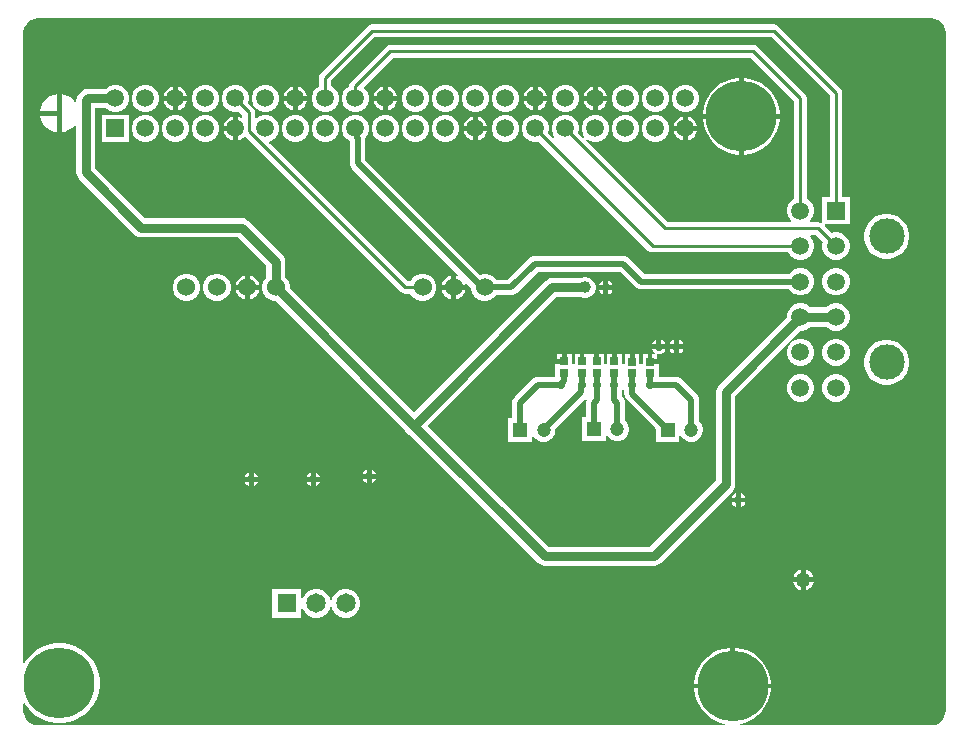
<source format=gbl>
G04*
G04 #@! TF.GenerationSoftware,Altium Limited,Altium Designer,23.4.1 (23)*
G04*
G04 Layer_Physical_Order=2*
G04 Layer_Color=16711680*
%FSLAX44Y44*%
%MOMM*%
G71*
G04*
G04 #@! TF.SameCoordinates,185317A6-DEBE-468D-8F3A-A91AE6FC2A6A*
G04*
G04*
G04 #@! TF.FilePolarity,Positive*
G04*
G01*
G75*
%ADD14C,0.2540*%
%ADD43C,0.5000*%
%ADD45C,6.0000*%
%ADD46R,1.2000X1.2000*%
%ADD47C,1.2000*%
%ADD48C,1.5000*%
%ADD49R,1.5000X1.5000*%
%ADD50C,1.5240*%
%ADD51C,1.5200*%
%ADD52C,3.0000*%
%ADD53R,1.5200X1.5200*%
%ADD54C,1.6500*%
%ADD55R,1.6500X1.6500*%
%ADD56C,0.7000*%
%ADD57C,1.0000*%
%ADD58C,1.2700*%
%ADD59R,0.7200X0.7600*%
%ADD60C,0.8000*%
G36*
X325011Y1133205D02*
X1080005D01*
X1081305Y1133204D01*
X1083856Y1132696D01*
X1086258Y1131700D01*
X1088420Y1130255D01*
X1090258Y1128416D01*
X1091703Y1126253D01*
X1092698Y1123851D01*
X1093205Y1121300D01*
X1093205Y1120000D01*
Y1075000D01*
Y547500D01*
Y546199D01*
X1092697Y543648D01*
X1091702Y541245D01*
X1090257Y539082D01*
X1088418Y537243D01*
X1086255Y535798D01*
X1083852Y534803D01*
X1081301Y534295D01*
X1080000Y534295D01*
X918981D01*
X918882Y535565D01*
X920120Y535761D01*
X924991Y537344D01*
X929555Y539669D01*
X933699Y542680D01*
X937320Y546302D01*
X940331Y550445D01*
X942656Y555009D01*
X944239Y559880D01*
X945040Y564939D01*
Y565500D01*
X879960D01*
Y564939D01*
X880761Y559880D01*
X882344Y555009D01*
X884669Y550445D01*
X887680Y546302D01*
X891302Y542680D01*
X895445Y539669D01*
X900009Y537344D01*
X904880Y535761D01*
X906119Y535565D01*
X906019Y534295D01*
X323509D01*
X322977Y534451D01*
X321819Y534631D01*
X319601Y535392D01*
X317553Y536533D01*
X315737Y538016D01*
X314212Y539796D01*
X313023Y541816D01*
X312209Y544015D01*
X311796Y546323D01*
X311795Y547495D01*
Y552650D01*
X313030Y552947D01*
X313420Y552180D01*
X316566Y547851D01*
X320350Y544067D01*
X324680Y540921D01*
X329448Y538491D01*
X334538Y536838D01*
X339824Y536000D01*
X345176D01*
X350461Y536838D01*
X355551Y538491D01*
X360320Y540921D01*
X364649Y544067D01*
X368433Y547851D01*
X371579Y552180D01*
X374009Y556949D01*
X375662Y562039D01*
X376500Y567324D01*
Y572676D01*
X375662Y577962D01*
X374009Y583052D01*
X371579Y587820D01*
X368433Y592150D01*
X364649Y595934D01*
X360320Y599080D01*
X355551Y601509D01*
X350461Y603163D01*
X345176Y604000D01*
X339824D01*
X334538Y603163D01*
X329448Y601509D01*
X324680Y599080D01*
X320350Y595934D01*
X316566Y592150D01*
X313420Y587820D01*
X313030Y587054D01*
X311795Y587351D01*
X311795Y1085000D01*
X311795Y1120000D01*
Y1121301D01*
X312303Y1123852D01*
X313298Y1126255D01*
X314743Y1128418D01*
X316582Y1130257D01*
X318745Y1131702D01*
X321148Y1132697D01*
X323699Y1133205D01*
X325011Y1133205D01*
D02*
G37*
%LPC*%
G36*
X798300Y1074858D02*
Y1067000D01*
X806158D01*
X805656Y1068876D01*
X804334Y1071165D01*
X802465Y1073034D01*
X800175Y1074356D01*
X798300Y1074858D01*
D02*
G37*
G36*
X794300D02*
X792425Y1074356D01*
X790135Y1073034D01*
X788266Y1071165D01*
X786944Y1068876D01*
X786442Y1067000D01*
X794300D01*
Y1074858D01*
D02*
G37*
G36*
X747500D02*
Y1067000D01*
X755358D01*
X754856Y1068876D01*
X753534Y1071165D01*
X751665Y1073034D01*
X749376Y1074356D01*
X747500Y1074858D01*
D02*
G37*
G36*
X743500D02*
X741625Y1074356D01*
X739335Y1073034D01*
X737466Y1071165D01*
X736144Y1068876D01*
X735642Y1067000D01*
X743500D01*
Y1074858D01*
D02*
G37*
G36*
X620500D02*
Y1067000D01*
X628358D01*
X627856Y1068876D01*
X626534Y1071165D01*
X624665Y1073034D01*
X622375Y1074356D01*
X620500Y1074858D01*
D02*
G37*
G36*
X616500D02*
X614625Y1074356D01*
X612336Y1073034D01*
X610466Y1071165D01*
X609144Y1068876D01*
X608642Y1067000D01*
X616500D01*
Y1074858D01*
D02*
G37*
G36*
X544300D02*
Y1067000D01*
X552158D01*
X551656Y1068876D01*
X550334Y1071165D01*
X548465Y1073034D01*
X546175Y1074356D01*
X544300Y1074858D01*
D02*
G37*
G36*
X540300D02*
X538425Y1074356D01*
X536135Y1073034D01*
X534266Y1071165D01*
X532944Y1068876D01*
X532442Y1067000D01*
X540300D01*
Y1074858D01*
D02*
G37*
G36*
X442700D02*
Y1067000D01*
X450558D01*
X450056Y1068876D01*
X448734Y1071165D01*
X446865Y1073034D01*
X444576Y1074356D01*
X442700Y1074858D01*
D02*
G37*
G36*
X438700D02*
X436825Y1074356D01*
X434535Y1073034D01*
X432666Y1071165D01*
X431344Y1068876D01*
X430842Y1067000D01*
X438700D01*
Y1074858D01*
D02*
G37*
G36*
X391414Y1076500D02*
X388386D01*
X385461Y1075716D01*
X382839Y1074202D01*
X381706Y1073069D01*
X366488D01*
X364400Y1072794D01*
X362453Y1071988D01*
X360782Y1070706D01*
X359294Y1069218D01*
X358012Y1067547D01*
X357206Y1065601D01*
X356931Y1063512D01*
Y1062411D01*
X355716Y1062043D01*
X355154Y1062884D01*
X352884Y1065153D01*
X350216Y1066936D01*
X347252Y1068164D01*
X344500Y1068711D01*
Y1052500D01*
Y1036289D01*
X347252Y1036836D01*
X350216Y1038064D01*
X352884Y1039846D01*
X355154Y1042115D01*
X355716Y1042957D01*
X356931Y1042588D01*
Y1002500D01*
X357206Y1000411D01*
X358012Y998465D01*
X359294Y996794D01*
X406077Y950012D01*
X407748Y948730D01*
X409694Y947924D01*
X411783Y947649D01*
X493440D01*
X517764Y923324D01*
Y913365D01*
X516535Y912135D01*
X515005Y909486D01*
X514213Y906530D01*
Y903471D01*
X515005Y900515D01*
X516535Y897866D01*
X518699Y895702D01*
X521348Y894172D01*
X524304Y893381D01*
X526042D01*
X635197Y784225D01*
X635512Y783465D01*
X636794Y781794D01*
X638465Y780512D01*
X639225Y780197D01*
X747628Y671794D01*
X749299Y670512D01*
X751246Y669706D01*
X753334Y669431D01*
X846012D01*
X848101Y669706D01*
X850046Y670512D01*
X851718Y671794D01*
X912500Y732577D01*
X913783Y734249D01*
X914589Y736195D01*
X914864Y738283D01*
Y813453D01*
X969811Y868400D01*
X971527D01*
X974477Y869191D01*
X977123Y870718D01*
X978335Y871931D01*
X991664D01*
X992878Y870717D01*
X995523Y869190D01*
X998473Y868400D01*
X1001527D01*
X1004477Y869190D01*
X1007123Y870717D01*
X1009282Y872877D01*
X1010809Y875522D01*
X1011600Y878473D01*
Y881527D01*
X1010809Y884477D01*
X1009282Y887122D01*
X1007123Y889282D01*
X1004477Y890809D01*
X1001527Y891600D01*
X998473D01*
X995523Y890809D01*
X992878Y889282D01*
X991664Y888069D01*
X978336D01*
X977123Y889283D01*
X974477Y890810D01*
X971527Y891600D01*
X968473D01*
X965523Y890810D01*
X962878Y889283D01*
X960718Y887123D01*
X959191Y884478D01*
X958400Y881527D01*
Y879812D01*
X901089Y822501D01*
X899807Y820829D01*
X899001Y818883D01*
X898726Y816795D01*
Y741625D01*
X842670Y685569D01*
X756676D01*
X654328Y787917D01*
X763342Y896931D01*
X783476D01*
X784026Y896613D01*
X786315Y896000D01*
X788685D01*
X790974Y896613D01*
X793026Y897798D01*
X794702Y899474D01*
X795887Y901526D01*
X796500Y903815D01*
Y906185D01*
X795887Y908474D01*
X794702Y910526D01*
X793026Y912202D01*
X790974Y913387D01*
X788685Y914000D01*
X786315D01*
X784026Y913387D01*
X783476Y913069D01*
X760000D01*
X757912Y912794D01*
X755965Y911988D01*
X754294Y910706D01*
X642917Y799328D01*
X537453Y904792D01*
Y906530D01*
X536661Y909486D01*
X535132Y912135D01*
X533902Y913365D01*
Y926667D01*
X533627Y928755D01*
X532821Y930701D01*
X531539Y932372D01*
X502488Y961423D01*
X500817Y962706D01*
X498871Y963512D01*
X496782Y963787D01*
X415125D01*
X373069Y1005842D01*
Y1056931D01*
X381706D01*
X382839Y1055798D01*
X385461Y1054284D01*
X388386Y1053500D01*
X391414D01*
X394339Y1054284D01*
X396961Y1055798D01*
X399102Y1057939D01*
X400616Y1060561D01*
X401400Y1063486D01*
Y1066514D01*
X400616Y1069439D01*
X399102Y1072061D01*
X396961Y1074202D01*
X394339Y1075716D01*
X391414Y1076500D01*
D02*
G37*
G36*
X806158Y1063000D02*
X798300D01*
Y1055142D01*
X800175Y1055644D01*
X802465Y1056966D01*
X804334Y1058835D01*
X805656Y1061125D01*
X806158Y1063000D01*
D02*
G37*
G36*
X794300D02*
X786442D01*
X786944Y1061125D01*
X788266Y1058835D01*
X790135Y1056966D01*
X792425Y1055644D01*
X794300Y1055142D01*
Y1063000D01*
D02*
G37*
G36*
X755358D02*
X747500D01*
Y1055142D01*
X749376Y1055644D01*
X751665Y1056966D01*
X753534Y1058835D01*
X754856Y1061125D01*
X755358Y1063000D01*
D02*
G37*
G36*
X743500D02*
X735642D01*
X736144Y1061125D01*
X737466Y1058835D01*
X739335Y1056966D01*
X741625Y1055644D01*
X743500Y1055142D01*
Y1063000D01*
D02*
G37*
G36*
X628358D02*
X620500D01*
Y1055142D01*
X622375Y1055644D01*
X624665Y1056966D01*
X626534Y1058835D01*
X627856Y1061125D01*
X628358Y1063000D01*
D02*
G37*
G36*
X616500D02*
X608642D01*
X609144Y1061125D01*
X610466Y1058835D01*
X612336Y1056966D01*
X614625Y1055644D01*
X616500Y1055142D01*
Y1063000D01*
D02*
G37*
G36*
X552158D02*
X544300D01*
Y1055142D01*
X546175Y1055644D01*
X548465Y1056966D01*
X550334Y1058835D01*
X551656Y1061125D01*
X552158Y1063000D01*
D02*
G37*
G36*
X540300D02*
X532442D01*
X532944Y1061125D01*
X534266Y1058835D01*
X536135Y1056966D01*
X538425Y1055644D01*
X540300Y1055142D01*
Y1063000D01*
D02*
G37*
G36*
X450558D02*
X442700D01*
Y1055142D01*
X444576Y1055644D01*
X446865Y1056966D01*
X448734Y1058835D01*
X450056Y1061125D01*
X450558Y1063000D01*
D02*
G37*
G36*
X438700D02*
X430842D01*
X431344Y1061125D01*
X432666Y1058835D01*
X434535Y1056966D01*
X436825Y1055644D01*
X438700Y1055142D01*
Y1063000D01*
D02*
G37*
G36*
X340500Y1068711D02*
X337749Y1068164D01*
X334784Y1066936D01*
X332116Y1065153D01*
X329847Y1062884D01*
X328064Y1060216D01*
X326836Y1057251D01*
X326289Y1054500D01*
X340500D01*
Y1068711D01*
D02*
G37*
G36*
X874014Y1076500D02*
X870986D01*
X868061Y1075716D01*
X865439Y1074202D01*
X863298Y1072061D01*
X861784Y1069439D01*
X861000Y1066514D01*
Y1063486D01*
X861784Y1060561D01*
X863298Y1057939D01*
X865439Y1055798D01*
X868061Y1054284D01*
X870986Y1053500D01*
X874014D01*
X876939Y1054284D01*
X879561Y1055798D01*
X881702Y1057939D01*
X883216Y1060561D01*
X884000Y1063486D01*
Y1066514D01*
X883216Y1069439D01*
X881702Y1072061D01*
X879561Y1074202D01*
X876939Y1075716D01*
X874014Y1076500D01*
D02*
G37*
G36*
X848614D02*
X845586D01*
X842661Y1075716D01*
X840039Y1074202D01*
X837898Y1072061D01*
X836384Y1069439D01*
X835600Y1066514D01*
Y1063486D01*
X836384Y1060561D01*
X837898Y1057939D01*
X840039Y1055798D01*
X842661Y1054284D01*
X845586Y1053500D01*
X848614D01*
X851539Y1054284D01*
X854161Y1055798D01*
X856302Y1057939D01*
X857816Y1060561D01*
X858600Y1063486D01*
Y1066514D01*
X857816Y1069439D01*
X856302Y1072061D01*
X854161Y1074202D01*
X851539Y1075716D01*
X848614Y1076500D01*
D02*
G37*
G36*
X823214D02*
X820186D01*
X817261Y1075716D01*
X814639Y1074202D01*
X812498Y1072061D01*
X810984Y1069439D01*
X810200Y1066514D01*
Y1063486D01*
X810984Y1060561D01*
X812498Y1057939D01*
X814639Y1055798D01*
X817261Y1054284D01*
X820186Y1053500D01*
X823214D01*
X826139Y1054284D01*
X828761Y1055798D01*
X830902Y1057939D01*
X832416Y1060561D01*
X833200Y1063486D01*
Y1066514D01*
X832416Y1069439D01*
X830902Y1072061D01*
X828761Y1074202D01*
X826139Y1075716D01*
X823214Y1076500D01*
D02*
G37*
G36*
X772414D02*
X769386D01*
X766461Y1075716D01*
X763839Y1074202D01*
X761698Y1072061D01*
X760184Y1069439D01*
X759400Y1066514D01*
Y1063486D01*
X760184Y1060561D01*
X761698Y1057939D01*
X763839Y1055798D01*
X766461Y1054284D01*
X769386Y1053500D01*
X772414D01*
X775339Y1054284D01*
X777961Y1055798D01*
X780102Y1057939D01*
X781616Y1060561D01*
X782400Y1063486D01*
Y1066514D01*
X781616Y1069439D01*
X780102Y1072061D01*
X777961Y1074202D01*
X775339Y1075716D01*
X772414Y1076500D01*
D02*
G37*
G36*
X721614D02*
X718586D01*
X715661Y1075716D01*
X713039Y1074202D01*
X710898Y1072061D01*
X709384Y1069439D01*
X708600Y1066514D01*
Y1063486D01*
X709384Y1060561D01*
X710898Y1057939D01*
X713039Y1055798D01*
X715661Y1054284D01*
X718586Y1053500D01*
X721614D01*
X724539Y1054284D01*
X727161Y1055798D01*
X729302Y1057939D01*
X730816Y1060561D01*
X731600Y1063486D01*
Y1066514D01*
X730816Y1069439D01*
X729302Y1072061D01*
X727161Y1074202D01*
X724539Y1075716D01*
X721614Y1076500D01*
D02*
G37*
G36*
X696214D02*
X693186D01*
X690261Y1075716D01*
X687639Y1074202D01*
X685498Y1072061D01*
X683984Y1069439D01*
X683200Y1066514D01*
Y1063486D01*
X683984Y1060561D01*
X685498Y1057939D01*
X687639Y1055798D01*
X690261Y1054284D01*
X693186Y1053500D01*
X696214D01*
X699139Y1054284D01*
X701761Y1055798D01*
X703902Y1057939D01*
X705416Y1060561D01*
X706200Y1063486D01*
Y1066514D01*
X705416Y1069439D01*
X703902Y1072061D01*
X701761Y1074202D01*
X699139Y1075716D01*
X696214Y1076500D01*
D02*
G37*
G36*
X670814D02*
X667786D01*
X664861Y1075716D01*
X662239Y1074202D01*
X660098Y1072061D01*
X658584Y1069439D01*
X657800Y1066514D01*
Y1063486D01*
X658584Y1060561D01*
X660098Y1057939D01*
X662239Y1055798D01*
X664861Y1054284D01*
X667786Y1053500D01*
X670814D01*
X673739Y1054284D01*
X676361Y1055798D01*
X678502Y1057939D01*
X680016Y1060561D01*
X680800Y1063486D01*
Y1066514D01*
X680016Y1069439D01*
X678502Y1072061D01*
X676361Y1074202D01*
X673739Y1075716D01*
X670814Y1076500D01*
D02*
G37*
G36*
X645414D02*
X642386D01*
X639461Y1075716D01*
X636839Y1074202D01*
X634698Y1072061D01*
X633184Y1069439D01*
X632400Y1066514D01*
Y1063486D01*
X633184Y1060561D01*
X634698Y1057939D01*
X636839Y1055798D01*
X639461Y1054284D01*
X642386Y1053500D01*
X645414D01*
X648339Y1054284D01*
X650961Y1055798D01*
X653102Y1057939D01*
X654616Y1060561D01*
X655400Y1063486D01*
Y1066514D01*
X654616Y1069439D01*
X653102Y1072061D01*
X650961Y1074202D01*
X648339Y1075716D01*
X645414Y1076500D01*
D02*
G37*
G36*
X518414D02*
X515386D01*
X512461Y1075716D01*
X509839Y1074202D01*
X507698Y1072061D01*
X506184Y1069439D01*
X505400Y1066514D01*
Y1063486D01*
X506184Y1060561D01*
X507698Y1057939D01*
X509839Y1055798D01*
X512461Y1054284D01*
X515386Y1053500D01*
X518414D01*
X521339Y1054284D01*
X523961Y1055798D01*
X526102Y1057939D01*
X527616Y1060561D01*
X528400Y1063486D01*
Y1066514D01*
X527616Y1069439D01*
X526102Y1072061D01*
X523961Y1074202D01*
X521339Y1075716D01*
X518414Y1076500D01*
D02*
G37*
G36*
X467614D02*
X464586D01*
X461661Y1075716D01*
X459039Y1074202D01*
X456898Y1072061D01*
X455384Y1069439D01*
X454600Y1066514D01*
Y1063486D01*
X455384Y1060561D01*
X456898Y1057939D01*
X459039Y1055798D01*
X461661Y1054284D01*
X464586Y1053500D01*
X467614D01*
X470539Y1054284D01*
X473161Y1055798D01*
X475302Y1057939D01*
X476816Y1060561D01*
X477600Y1063486D01*
Y1066514D01*
X476816Y1069439D01*
X475302Y1072061D01*
X473161Y1074202D01*
X470539Y1075716D01*
X467614Y1076500D01*
D02*
G37*
G36*
X416814D02*
X413786D01*
X410861Y1075716D01*
X408239Y1074202D01*
X406098Y1072061D01*
X404584Y1069439D01*
X403800Y1066514D01*
Y1063486D01*
X404584Y1060561D01*
X406098Y1057939D01*
X408239Y1055798D01*
X410861Y1054284D01*
X413786Y1053500D01*
X416814D01*
X419739Y1054284D01*
X422361Y1055798D01*
X424502Y1057939D01*
X426016Y1060561D01*
X426800Y1063486D01*
Y1066514D01*
X426016Y1069439D01*
X424502Y1072061D01*
X422361Y1074202D01*
X419739Y1075716D01*
X416814Y1076500D01*
D02*
G37*
G36*
X922561Y1082540D02*
X922000D01*
Y1052000D01*
X952540D01*
Y1052561D01*
X951739Y1057620D01*
X950156Y1062491D01*
X947831Y1067055D01*
X944820Y1071199D01*
X941199Y1074821D01*
X937055Y1077831D01*
X932491Y1080156D01*
X927620Y1081739D01*
X922561Y1082540D01*
D02*
G37*
G36*
X918000D02*
X917439D01*
X912380Y1081739D01*
X907509Y1080156D01*
X902945Y1077831D01*
X898802Y1074821D01*
X895180Y1071199D01*
X892169Y1067055D01*
X889844Y1062491D01*
X888261Y1057620D01*
X887460Y1052561D01*
Y1052000D01*
X918000D01*
Y1082540D01*
D02*
G37*
G36*
X493014Y1076500D02*
X489986D01*
X487061Y1075716D01*
X484439Y1074202D01*
X482298Y1072061D01*
X480784Y1069439D01*
X480000Y1066514D01*
Y1063486D01*
X480784Y1060561D01*
X482298Y1057939D01*
X484439Y1055798D01*
X487061Y1054284D01*
X489986Y1053500D01*
X493014D01*
X494739Y1053962D01*
X497477Y1051225D01*
Y1049013D01*
X496377Y1048378D01*
X495376Y1048956D01*
X493500Y1049458D01*
Y1039600D01*
Y1029742D01*
X495376Y1030244D01*
X497665Y1031566D01*
X499403Y1033304D01*
X631505Y901201D01*
X633248Y900036D01*
X635305Y899627D01*
X639685D01*
X640702Y897866D01*
X642865Y895702D01*
X645515Y894172D01*
X648470Y893381D01*
X651530D01*
X654485Y894172D01*
X657135Y895702D01*
X659298Y897866D01*
X660828Y900515D01*
X661620Y903471D01*
Y906530D01*
X660828Y909486D01*
X659298Y912135D01*
X657135Y914299D01*
X654485Y915829D01*
X651530Y916620D01*
X648470D01*
X645515Y915829D01*
X642865Y914299D01*
X640702Y912135D01*
X639685Y910374D01*
X637531D01*
X520409Y1027496D01*
X520737Y1028723D01*
X521339Y1028884D01*
X523961Y1030398D01*
X526102Y1032539D01*
X527616Y1035161D01*
X528400Y1038086D01*
Y1041114D01*
X527616Y1044039D01*
X526102Y1046661D01*
X523961Y1048802D01*
X521339Y1050316D01*
X518414Y1051100D01*
X515386D01*
X512461Y1050316D01*
X509839Y1048802D01*
X509397Y1048360D01*
X508223Y1048846D01*
Y1053450D01*
X507814Y1055507D01*
X506649Y1057250D01*
X502453Y1061446D01*
X503000Y1063486D01*
Y1066514D01*
X502216Y1069439D01*
X500702Y1072061D01*
X498561Y1074202D01*
X495939Y1075716D01*
X493014Y1076500D01*
D02*
G37*
G36*
X874500Y1049458D02*
Y1041600D01*
X882358D01*
X881856Y1043475D01*
X880534Y1045765D01*
X878665Y1047634D01*
X876376Y1048956D01*
X874500Y1049458D01*
D02*
G37*
G36*
X870500D02*
X868625Y1048956D01*
X866336Y1047634D01*
X864466Y1045765D01*
X863144Y1043475D01*
X862642Y1041600D01*
X870500D01*
Y1049458D01*
D02*
G37*
G36*
X696700D02*
Y1041600D01*
X704558D01*
X704056Y1043475D01*
X702734Y1045765D01*
X700865Y1047634D01*
X698576Y1048956D01*
X696700Y1049458D01*
D02*
G37*
G36*
X692700D02*
X690825Y1048956D01*
X688536Y1047634D01*
X686666Y1045765D01*
X685344Y1043475D01*
X684842Y1041600D01*
X692700D01*
Y1049458D01*
D02*
G37*
G36*
X489500D02*
X487625Y1048956D01*
X485336Y1047634D01*
X483466Y1045765D01*
X482144Y1043475D01*
X481642Y1041600D01*
X489500D01*
Y1049458D01*
D02*
G37*
G36*
X340500Y1050500D02*
X326289D01*
X326836Y1047748D01*
X328064Y1044784D01*
X329847Y1042115D01*
X332116Y1039846D01*
X334784Y1038064D01*
X337749Y1036836D01*
X340500Y1036289D01*
Y1050500D01*
D02*
G37*
G36*
X882358Y1037600D02*
X874500D01*
Y1029742D01*
X876376Y1030244D01*
X878665Y1031566D01*
X880534Y1033435D01*
X881856Y1035725D01*
X882358Y1037600D01*
D02*
G37*
G36*
X870500D02*
X862642D01*
X863144Y1035725D01*
X864466Y1033435D01*
X866336Y1031566D01*
X868625Y1030244D01*
X870500Y1029742D01*
Y1037600D01*
D02*
G37*
G36*
X704558D02*
X696700D01*
Y1029742D01*
X698576Y1030244D01*
X700865Y1031566D01*
X702734Y1033435D01*
X704056Y1035725D01*
X704558Y1037600D01*
D02*
G37*
G36*
X692700D02*
X684842D01*
X685344Y1035725D01*
X686666Y1033435D01*
X688536Y1031566D01*
X690825Y1030244D01*
X692700Y1029742D01*
Y1037600D01*
D02*
G37*
G36*
X489500D02*
X481642D01*
X482144Y1035725D01*
X483466Y1033435D01*
X485336Y1031566D01*
X487625Y1030244D01*
X489500Y1029742D01*
Y1037600D01*
D02*
G37*
G36*
X848614Y1051100D02*
X845586D01*
X842661Y1050316D01*
X840039Y1048802D01*
X837898Y1046661D01*
X836384Y1044039D01*
X835600Y1041114D01*
Y1038086D01*
X836384Y1035161D01*
X837898Y1032539D01*
X840039Y1030398D01*
X842661Y1028884D01*
X845586Y1028100D01*
X848614D01*
X851539Y1028884D01*
X854161Y1030398D01*
X856302Y1032539D01*
X857816Y1035161D01*
X858600Y1038086D01*
Y1041114D01*
X857816Y1044039D01*
X856302Y1046661D01*
X854161Y1048802D01*
X851539Y1050316D01*
X848614Y1051100D01*
D02*
G37*
G36*
X823214D02*
X820186D01*
X817261Y1050316D01*
X814639Y1048802D01*
X812498Y1046661D01*
X810984Y1044039D01*
X810200Y1041114D01*
Y1038086D01*
X810984Y1035161D01*
X812498Y1032539D01*
X814639Y1030398D01*
X817261Y1028884D01*
X820186Y1028100D01*
X823214D01*
X826139Y1028884D01*
X828761Y1030398D01*
X830902Y1032539D01*
X832416Y1035161D01*
X833200Y1038086D01*
Y1041114D01*
X832416Y1044039D01*
X830902Y1046661D01*
X828761Y1048802D01*
X826139Y1050316D01*
X823214Y1051100D01*
D02*
G37*
G36*
X721614D02*
X718586D01*
X715661Y1050316D01*
X713039Y1048802D01*
X710898Y1046661D01*
X709384Y1044039D01*
X708600Y1041114D01*
Y1038086D01*
X709384Y1035161D01*
X710898Y1032539D01*
X713039Y1030398D01*
X715661Y1028884D01*
X718586Y1028100D01*
X721614D01*
X724539Y1028884D01*
X727161Y1030398D01*
X729302Y1032539D01*
X730816Y1035161D01*
X731600Y1038086D01*
Y1041114D01*
X730816Y1044039D01*
X729302Y1046661D01*
X727161Y1048802D01*
X724539Y1050316D01*
X721614Y1051100D01*
D02*
G37*
G36*
X670814D02*
X667786D01*
X664861Y1050316D01*
X662239Y1048802D01*
X660098Y1046661D01*
X658584Y1044039D01*
X657800Y1041114D01*
Y1038086D01*
X658584Y1035161D01*
X660098Y1032539D01*
X662239Y1030398D01*
X664861Y1028884D01*
X667786Y1028100D01*
X670814D01*
X673739Y1028884D01*
X676361Y1030398D01*
X678502Y1032539D01*
X680016Y1035161D01*
X680800Y1038086D01*
Y1041114D01*
X680016Y1044039D01*
X678502Y1046661D01*
X676361Y1048802D01*
X673739Y1050316D01*
X670814Y1051100D01*
D02*
G37*
G36*
X645414D02*
X642386D01*
X639461Y1050316D01*
X636839Y1048802D01*
X634698Y1046661D01*
X633184Y1044039D01*
X632400Y1041114D01*
Y1038086D01*
X633184Y1035161D01*
X634698Y1032539D01*
X636839Y1030398D01*
X639461Y1028884D01*
X642386Y1028100D01*
X645414D01*
X648339Y1028884D01*
X650961Y1030398D01*
X653102Y1032539D01*
X654616Y1035161D01*
X655400Y1038086D01*
Y1041114D01*
X654616Y1044039D01*
X653102Y1046661D01*
X650961Y1048802D01*
X648339Y1050316D01*
X645414Y1051100D01*
D02*
G37*
G36*
X620014D02*
X616986D01*
X614061Y1050316D01*
X611439Y1048802D01*
X609298Y1046661D01*
X607784Y1044039D01*
X607000Y1041114D01*
Y1038086D01*
X607784Y1035161D01*
X609298Y1032539D01*
X611439Y1030398D01*
X614061Y1028884D01*
X616986Y1028100D01*
X620014D01*
X622939Y1028884D01*
X625561Y1030398D01*
X627702Y1032539D01*
X629216Y1035161D01*
X630000Y1038086D01*
Y1041114D01*
X629216Y1044039D01*
X627702Y1046661D01*
X625561Y1048802D01*
X622939Y1050316D01*
X620014Y1051100D01*
D02*
G37*
G36*
X569214D02*
X566186D01*
X563261Y1050316D01*
X560639Y1048802D01*
X558498Y1046661D01*
X556984Y1044039D01*
X556200Y1041114D01*
Y1038086D01*
X556984Y1035161D01*
X558498Y1032539D01*
X560639Y1030398D01*
X563261Y1028884D01*
X566186Y1028100D01*
X569214D01*
X572139Y1028884D01*
X574761Y1030398D01*
X576902Y1032539D01*
X578416Y1035161D01*
X579200Y1038086D01*
Y1041114D01*
X578416Y1044039D01*
X576902Y1046661D01*
X574761Y1048802D01*
X572139Y1050316D01*
X569214Y1051100D01*
D02*
G37*
G36*
X543814D02*
X540786D01*
X537861Y1050316D01*
X535239Y1048802D01*
X533098Y1046661D01*
X531584Y1044039D01*
X530800Y1041114D01*
Y1038086D01*
X531584Y1035161D01*
X533098Y1032539D01*
X535239Y1030398D01*
X537861Y1028884D01*
X540786Y1028100D01*
X543814D01*
X546739Y1028884D01*
X549361Y1030398D01*
X551502Y1032539D01*
X553016Y1035161D01*
X553800Y1038086D01*
Y1041114D01*
X553016Y1044039D01*
X551502Y1046661D01*
X549361Y1048802D01*
X546739Y1050316D01*
X543814Y1051100D01*
D02*
G37*
G36*
X467614D02*
X464586D01*
X461661Y1050316D01*
X459039Y1048802D01*
X456898Y1046661D01*
X455384Y1044039D01*
X454600Y1041114D01*
Y1038086D01*
X455384Y1035161D01*
X456898Y1032539D01*
X459039Y1030398D01*
X461661Y1028884D01*
X464586Y1028100D01*
X467614D01*
X470539Y1028884D01*
X473161Y1030398D01*
X475302Y1032539D01*
X476816Y1035161D01*
X477600Y1038086D01*
Y1041114D01*
X476816Y1044039D01*
X475302Y1046661D01*
X473161Y1048802D01*
X470539Y1050316D01*
X467614Y1051100D01*
D02*
G37*
G36*
X442214D02*
X439186D01*
X436261Y1050316D01*
X433639Y1048802D01*
X431498Y1046661D01*
X429984Y1044039D01*
X429200Y1041114D01*
Y1038086D01*
X429984Y1035161D01*
X431498Y1032539D01*
X433639Y1030398D01*
X436261Y1028884D01*
X439186Y1028100D01*
X442214D01*
X445139Y1028884D01*
X447761Y1030398D01*
X449902Y1032539D01*
X451416Y1035161D01*
X452200Y1038086D01*
Y1041114D01*
X451416Y1044039D01*
X449902Y1046661D01*
X447761Y1048802D01*
X445139Y1050316D01*
X442214Y1051100D01*
D02*
G37*
G36*
X416814D02*
X413786D01*
X410861Y1050316D01*
X408239Y1048802D01*
X406098Y1046661D01*
X404584Y1044039D01*
X403800Y1041114D01*
Y1038086D01*
X404584Y1035161D01*
X406098Y1032539D01*
X408239Y1030398D01*
X410861Y1028884D01*
X413786Y1028100D01*
X416814D01*
X419739Y1028884D01*
X422361Y1030398D01*
X424502Y1032539D01*
X426016Y1035161D01*
X426800Y1038086D01*
Y1041114D01*
X426016Y1044039D01*
X424502Y1046661D01*
X422361Y1048802D01*
X419739Y1050316D01*
X416814Y1051100D01*
D02*
G37*
G36*
X401400D02*
X378400D01*
Y1028100D01*
X401400D01*
Y1051100D01*
D02*
G37*
G36*
X952540Y1048000D02*
X922000D01*
Y1017460D01*
X922561D01*
X927620Y1018262D01*
X932491Y1019845D01*
X937055Y1022170D01*
X941199Y1025180D01*
X944820Y1028802D01*
X947831Y1032946D01*
X950156Y1037509D01*
X951739Y1042381D01*
X952540Y1047439D01*
Y1048000D01*
D02*
G37*
G36*
X918000D02*
X887460D01*
Y1047439D01*
X888261Y1042381D01*
X889844Y1037509D01*
X892169Y1032946D01*
X895180Y1028802D01*
X898802Y1025180D01*
X902945Y1022170D01*
X907509Y1019845D01*
X912380Y1018262D01*
X917439Y1017460D01*
X918000D01*
Y1048000D01*
D02*
G37*
G36*
X947500Y1127873D02*
X607500D01*
X605444Y1127464D01*
X603700Y1126300D01*
X563700Y1086300D01*
X562536Y1084557D01*
X562127Y1082500D01*
Y1075061D01*
X560639Y1074202D01*
X558498Y1072061D01*
X556984Y1069439D01*
X556200Y1066514D01*
Y1063486D01*
X556984Y1060561D01*
X558498Y1057939D01*
X560639Y1055798D01*
X563261Y1054284D01*
X566186Y1053500D01*
X569214D01*
X572139Y1054284D01*
X574761Y1055798D01*
X576902Y1057939D01*
X578416Y1060561D01*
X579200Y1063486D01*
Y1066514D01*
X578416Y1069439D01*
X576902Y1072061D01*
X574761Y1074202D01*
X572873Y1075293D01*
Y1080275D01*
X609726Y1117127D01*
X945275D01*
X994627Y1067774D01*
Y981600D01*
X988400D01*
Y960414D01*
X987280Y959815D01*
X987057Y959964D01*
X985000Y960373D01*
X978574D01*
X978048Y961643D01*
X979282Y962878D01*
X980809Y965523D01*
X981600Y968473D01*
Y971527D01*
X980809Y974477D01*
X979282Y977123D01*
X977123Y979282D01*
X975373Y980292D01*
Y1065000D01*
X974964Y1067056D01*
X973800Y1068800D01*
X933800Y1108800D01*
X932056Y1109964D01*
X930000Y1110373D01*
X622500D01*
X620444Y1109964D01*
X618701Y1108800D01*
X589100Y1079199D01*
X587936Y1077456D01*
X587527Y1075400D01*
Y1075061D01*
X586039Y1074202D01*
X583898Y1072061D01*
X582384Y1069439D01*
X581600Y1066514D01*
Y1063486D01*
X582384Y1060561D01*
X583898Y1057939D01*
X586039Y1055798D01*
X588661Y1054284D01*
X591586Y1053500D01*
X594614D01*
X597539Y1054284D01*
X600161Y1055798D01*
X602302Y1057939D01*
X603816Y1060561D01*
X604600Y1063486D01*
Y1066514D01*
X603816Y1069439D01*
X602302Y1072061D01*
X600161Y1074202D01*
X600061Y1074962D01*
X624726Y1099627D01*
X927775D01*
X964627Y1062775D01*
Y980292D01*
X962878Y979282D01*
X960718Y977123D01*
X959191Y974477D01*
X958400Y971527D01*
Y968473D01*
X959191Y965523D01*
X960718Y962878D01*
X961952Y961643D01*
X961426Y960373D01*
X857526D01*
X788440Y1029459D01*
X789239Y1030398D01*
X791861Y1028884D01*
X794786Y1028100D01*
X797814D01*
X800739Y1028884D01*
X803361Y1030398D01*
X805502Y1032539D01*
X807016Y1035161D01*
X807800Y1038086D01*
Y1041114D01*
X807016Y1044039D01*
X805502Y1046661D01*
X803361Y1048802D01*
X800739Y1050316D01*
X797814Y1051100D01*
X794786D01*
X791861Y1050316D01*
X789239Y1048802D01*
X787098Y1046661D01*
X785584Y1044039D01*
X784800Y1041114D01*
Y1038086D01*
X785584Y1035161D01*
X787098Y1032539D01*
X786159Y1031740D01*
X781853Y1036046D01*
X782400Y1038086D01*
Y1041114D01*
X781616Y1044039D01*
X780102Y1046661D01*
X777961Y1048802D01*
X775339Y1050316D01*
X772414Y1051100D01*
X769386D01*
X766461Y1050316D01*
X763839Y1048802D01*
X761698Y1046661D01*
X760184Y1044039D01*
X759400Y1041114D01*
Y1038086D01*
X760184Y1035161D01*
X761698Y1032539D01*
X760759Y1031740D01*
X756453Y1036046D01*
X757000Y1038086D01*
Y1041114D01*
X756216Y1044039D01*
X754702Y1046661D01*
X752561Y1048802D01*
X749939Y1050316D01*
X747014Y1051100D01*
X743986D01*
X741061Y1050316D01*
X738439Y1048802D01*
X736298Y1046661D01*
X734784Y1044039D01*
X734000Y1041114D01*
Y1038086D01*
X734784Y1035161D01*
X736298Y1032539D01*
X738439Y1030398D01*
X741061Y1028884D01*
X743986Y1028100D01*
X747014D01*
X748739Y1028562D01*
X841101Y936201D01*
X842844Y935036D01*
X844900Y934627D01*
X959708D01*
X960718Y932878D01*
X962878Y930718D01*
X965523Y929191D01*
X968473Y928400D01*
X971527D01*
X974477Y929191D01*
X977123Y930718D01*
X979282Y932878D01*
X980809Y935523D01*
X981600Y938473D01*
Y941527D01*
X980809Y944478D01*
X979282Y947123D01*
X978048Y948357D01*
X978575Y949627D01*
X982775D01*
X988923Y943478D01*
X988400Y941527D01*
Y938473D01*
X989191Y935523D01*
X990718Y932878D01*
X992878Y930718D01*
X995523Y929191D01*
X998473Y928400D01*
X1001527D01*
X1004477Y929191D01*
X1007123Y930718D01*
X1009282Y932878D01*
X1010809Y935523D01*
X1011600Y938473D01*
Y941527D01*
X1010809Y944478D01*
X1009282Y947123D01*
X1007123Y949283D01*
X1004477Y950810D01*
X1001527Y951600D01*
X998473D01*
X996522Y951077D01*
X990372Y957227D01*
X990858Y958400D01*
X1011600D01*
Y981600D01*
X1005373D01*
Y1070000D01*
X1004964Y1072056D01*
X1003800Y1073799D01*
X1003799Y1073799D01*
X951300Y1126300D01*
X949557Y1127464D01*
X947500Y1127873D01*
D02*
G37*
G36*
X1044871Y967400D02*
X1041128D01*
X1037458Y966670D01*
X1034000Y965238D01*
X1030888Y963158D01*
X1028242Y960512D01*
X1026162Y957400D01*
X1024730Y953942D01*
X1024000Y950271D01*
Y946529D01*
X1024730Y942858D01*
X1026162Y939400D01*
X1028242Y936288D01*
X1030888Y933642D01*
X1034000Y931562D01*
X1037458Y930130D01*
X1041128Y929400D01*
X1044871D01*
X1048542Y930130D01*
X1052000Y931562D01*
X1055111Y933642D01*
X1057758Y936288D01*
X1059837Y939400D01*
X1061270Y942858D01*
X1062000Y946529D01*
Y950271D01*
X1061270Y953942D01*
X1059837Y957400D01*
X1057758Y960512D01*
X1055111Y963158D01*
X1052000Y965238D01*
X1048542Y966670D01*
X1044871Y967400D01*
D02*
G37*
G36*
X503667Y914983D02*
Y907001D01*
X511649D01*
X511134Y908922D01*
X509797Y911239D01*
X507905Y913130D01*
X505588Y914468D01*
X503667Y914983D01*
D02*
G37*
G36*
X674250D02*
X672328Y914468D01*
X670012Y913130D01*
X668120Y911239D01*
X666783Y908922D01*
X666268Y907001D01*
X674250D01*
Y914983D01*
D02*
G37*
G36*
X499667D02*
X497745Y914468D01*
X495428Y913130D01*
X493537Y911239D01*
X492199Y908922D01*
X491684Y907001D01*
X499667D01*
Y914983D01*
D02*
G37*
G36*
X807000Y910709D02*
Y907000D01*
X810709D01*
X810120Y908421D01*
X808421Y910120D01*
X807000Y910709D01*
D02*
G37*
G36*
X803000D02*
X801579Y910120D01*
X799880Y908421D01*
X799291Y907000D01*
X803000D01*
Y910709D01*
D02*
G37*
G36*
X810709Y903000D02*
X807000D01*
Y899291D01*
X808421Y899880D01*
X810120Y901579D01*
X810709Y903000D01*
D02*
G37*
G36*
X803000D02*
X799291D01*
X799880Y901579D01*
X801579Y899880D01*
X803000Y899291D01*
Y903000D01*
D02*
G37*
G36*
X1001527Y921600D02*
X998473D01*
X995523Y920810D01*
X992878Y919283D01*
X990718Y917123D01*
X989191Y914478D01*
X988400Y911527D01*
Y908473D01*
X989191Y905523D01*
X990718Y902878D01*
X992878Y900718D01*
X995523Y899191D01*
X998473Y898400D01*
X1001527D01*
X1004477Y899191D01*
X1007123Y900718D01*
X1009282Y902878D01*
X1010809Y905523D01*
X1011600Y908473D01*
Y911527D01*
X1010809Y914478D01*
X1009282Y917123D01*
X1007123Y919283D01*
X1004477Y920810D01*
X1001527Y921600D01*
D02*
G37*
G36*
X594614Y1051100D02*
X591586D01*
X588661Y1050316D01*
X586039Y1048802D01*
X583898Y1046661D01*
X582384Y1044039D01*
X581600Y1041114D01*
Y1038086D01*
X582384Y1035161D01*
X583898Y1032539D01*
X586039Y1030398D01*
X588444Y1029009D01*
Y1010000D01*
X588667Y1008303D01*
X589322Y1006722D01*
X590364Y1005364D01*
X679863Y915866D01*
X679205Y914727D01*
X678250Y914983D01*
Y907001D01*
X686233D01*
X685977Y907956D01*
X687115Y908613D01*
X690880Y904848D01*
Y903471D01*
X691672Y900515D01*
X693202Y897866D01*
X695365Y895702D01*
X698015Y894172D01*
X700970Y893381D01*
X704030D01*
X706985Y894172D01*
X709635Y895702D01*
X711798Y897866D01*
X712132Y898444D01*
X725001D01*
X726697Y898668D01*
X728279Y899323D01*
X729636Y900365D01*
X747716Y918444D01*
X817284D01*
X830364Y905364D01*
X831722Y904323D01*
X833303Y903668D01*
X835000Y903444D01*
X960391D01*
X960718Y902878D01*
X962878Y900718D01*
X965523Y899191D01*
X968473Y898400D01*
X971527D01*
X974477Y899191D01*
X977123Y900718D01*
X979282Y902878D01*
X980809Y905523D01*
X981600Y908473D01*
Y911527D01*
X980809Y914478D01*
X979282Y917123D01*
X977123Y919283D01*
X974477Y920810D01*
X971527Y921600D01*
X968473D01*
X965523Y920810D01*
X962878Y919283D01*
X960718Y917123D01*
X960391Y916556D01*
X837715D01*
X824636Y929636D01*
X823278Y930678D01*
X821697Y931333D01*
X820000Y931556D01*
X745000D01*
X743303Y931333D01*
X741722Y930678D01*
X740364Y929636D01*
X722285Y911556D01*
X712132D01*
X711798Y912135D01*
X709635Y914299D01*
X706985Y915829D01*
X704030Y916620D01*
X700970D01*
X698353Y915919D01*
X601556Y1012716D01*
Y1031671D01*
X601542Y1031779D01*
X602302Y1032539D01*
X603816Y1035161D01*
X604600Y1038086D01*
Y1041114D01*
X603816Y1044039D01*
X602302Y1046661D01*
X600161Y1048802D01*
X597539Y1050316D01*
X594614Y1051100D01*
D02*
G37*
G36*
X511649Y903000D02*
X503667D01*
Y895018D01*
X505588Y895533D01*
X507905Y896870D01*
X509797Y898762D01*
X511134Y901079D01*
X511649Y903000D01*
D02*
G37*
G36*
X686233D02*
X678250D01*
Y895018D01*
X680172Y895533D01*
X682488Y896870D01*
X684380Y898762D01*
X685718Y901079D01*
X686233Y903000D01*
D02*
G37*
G36*
X674250D02*
X666268D01*
X666783Y901079D01*
X668120Y898762D01*
X670012Y896870D01*
X672328Y895533D01*
X674250Y895018D01*
Y903000D01*
D02*
G37*
G36*
X499667D02*
X491684D01*
X492199Y901079D01*
X493537Y898762D01*
X495428Y896870D01*
X497745Y895533D01*
X499667Y895018D01*
Y903000D01*
D02*
G37*
G36*
X477363Y916620D02*
X474304D01*
X471348Y915829D01*
X468699Y914299D01*
X466535Y912135D01*
X465005Y909486D01*
X464213Y906530D01*
Y903471D01*
X465005Y900515D01*
X466535Y897866D01*
X468699Y895702D01*
X471348Y894172D01*
X474304Y893381D01*
X477363D01*
X480319Y894172D01*
X482968Y895702D01*
X485132Y897866D01*
X486662Y900515D01*
X487453Y903471D01*
Y906530D01*
X486662Y909486D01*
X485132Y912135D01*
X482968Y914299D01*
X480319Y915829D01*
X477363Y916620D01*
D02*
G37*
G36*
X451530D02*
X448470D01*
X445515Y915829D01*
X442865Y914299D01*
X440702Y912135D01*
X439172Y909486D01*
X438380Y906530D01*
Y903471D01*
X439172Y900515D01*
X440702Y897866D01*
X442865Y895702D01*
X445515Y894172D01*
X448470Y893381D01*
X451530D01*
X454485Y894172D01*
X457135Y895702D01*
X459298Y897866D01*
X460828Y900515D01*
X461620Y903471D01*
Y906530D01*
X460828Y909486D01*
X459298Y912135D01*
X457135Y914299D01*
X454485Y915829D01*
X451530Y916620D01*
D02*
G37*
G36*
X867000Y860709D02*
Y857000D01*
X870709D01*
X870120Y858421D01*
X868421Y860120D01*
X867000Y860709D01*
D02*
G37*
G36*
X863000D02*
X861579Y860120D01*
X859880Y858421D01*
X859291Y857000D01*
X863000D01*
Y860709D01*
D02*
G37*
G36*
X852000D02*
Y857000D01*
X855709D01*
X855120Y858421D01*
X853421Y860120D01*
X852000Y860709D01*
D02*
G37*
G36*
X848000D02*
X846579Y860120D01*
X844880Y858421D01*
X844291Y857000D01*
X848000D01*
Y860709D01*
D02*
G37*
G36*
X870709Y853000D02*
X867000D01*
Y849291D01*
X868421Y849880D01*
X870120Y851579D01*
X870709Y853000D01*
D02*
G37*
G36*
X863000D02*
X859291D01*
X859880Y851579D01*
X861579Y849880D01*
X863000Y849291D01*
Y853000D01*
D02*
G37*
G36*
X768000Y848840D02*
X763860D01*
Y844500D01*
X768000D01*
Y848840D01*
D02*
G37*
G36*
X855709Y853000D02*
X844291D01*
X844880Y851579D01*
X846548Y849910D01*
X846542Y849742D01*
X846252Y848640D01*
X844500D01*
Y844300D01*
X848640D01*
Y847756D01*
X848761Y848674D01*
X849778Y848960D01*
X851201D01*
X853421Y849880D01*
X855120Y851579D01*
X855709Y853000D01*
D02*
G37*
G36*
X791140Y848840D02*
Y848840D01*
X787000D01*
Y842500D01*
X783000D01*
Y848840D01*
X778860D01*
Y840500D01*
X776140D01*
Y848840D01*
X772000D01*
Y842500D01*
X770000D01*
Y840500D01*
X763860D01*
Y840500D01*
X762400D01*
Y829056D01*
X747500D01*
X745803Y828833D01*
X744222Y828178D01*
X742864Y827136D01*
X727864Y812136D01*
X726822Y810778D01*
X726167Y809197D01*
X725944Y807500D01*
Y794500D01*
X722500D01*
Y774500D01*
X742500D01*
Y779281D01*
X743770Y779621D01*
X744498Y778360D01*
X746360Y776498D01*
X748640Y775182D01*
X751183Y774500D01*
X753816D01*
X756360Y775182D01*
X758640Y776498D01*
X760502Y778360D01*
X761818Y780640D01*
X762500Y783184D01*
Y785229D01*
X787876Y810605D01*
X788995Y809988D01*
X788668Y809197D01*
X788444Y807500D01*
Y795000D01*
X785000D01*
Y775000D01*
X805000D01*
Y779781D01*
X806270Y780121D01*
X806998Y778860D01*
X808860Y776998D01*
X811140Y775682D01*
X813684Y775000D01*
X816317D01*
X818860Y775682D01*
X821140Y776998D01*
X823002Y778860D01*
X824319Y781140D01*
X825000Y783684D01*
Y786317D01*
X824319Y788860D01*
X823002Y791140D01*
X821556Y792586D01*
Y807500D01*
X821333Y809197D01*
X820678Y810778D01*
X819636Y812136D01*
X819056Y812716D01*
Y818418D01*
X819926Y818864D01*
X820424Y818868D01*
X820944Y818372D01*
Y815000D01*
X821167Y813303D01*
X821822Y811722D01*
X822864Y810364D01*
X846962Y786266D01*
X847092Y785952D01*
X847500Y785420D01*
Y774500D01*
X867500D01*
Y779280D01*
X868770Y779621D01*
X869498Y778360D01*
X871360Y776498D01*
X873640Y775181D01*
X876183Y774500D01*
X878816D01*
X881360Y775181D01*
X883640Y776498D01*
X885502Y778360D01*
X886818Y780640D01*
X887500Y783183D01*
Y785816D01*
X886818Y788360D01*
X885502Y790640D01*
X884056Y792086D01*
Y810000D01*
X883833Y811697D01*
X883178Y813278D01*
X882136Y814636D01*
X869636Y827136D01*
X868278Y828178D01*
X866697Y828833D01*
X865000Y829056D01*
X850100D01*
Y840300D01*
X848640D01*
Y840301D01*
X842500D01*
Y842300D01*
X840500D01*
Y848640D01*
X836360D01*
Y840300D01*
X833640D01*
Y848640D01*
X829500D01*
Y842300D01*
X825500D01*
Y848640D01*
X821360D01*
Y840523D01*
X820100Y840500D01*
Y840500D01*
X818640D01*
Y848840D01*
X814500D01*
Y842500D01*
X810500D01*
Y848840D01*
X806360D01*
Y840525D01*
X805100Y840500D01*
X805100Y840500D01*
X805100Y840500D01*
X803640D01*
Y848840D01*
X799500D01*
Y842500D01*
X795500D01*
Y848840D01*
X791360D01*
Y848840D01*
X791140D01*
D02*
G37*
G36*
X971527Y861600D02*
X968473D01*
X965523Y860810D01*
X962878Y859283D01*
X960718Y857123D01*
X959191Y854478D01*
X958400Y851527D01*
Y848473D01*
X959191Y845523D01*
X960718Y842878D01*
X962878Y840718D01*
X965523Y839191D01*
X968473Y838400D01*
X971527D01*
X974477Y839191D01*
X977123Y840718D01*
X979282Y842878D01*
X980809Y845523D01*
X981600Y848473D01*
Y851527D01*
X980809Y854478D01*
X979282Y857123D01*
X977123Y859283D01*
X974477Y860810D01*
X971527Y861600D01*
D02*
G37*
G36*
X1001527Y861600D02*
X998473D01*
X995523Y860809D01*
X992878Y859282D01*
X990718Y857122D01*
X989191Y854477D01*
X988400Y851527D01*
Y848473D01*
X989191Y845522D01*
X990718Y842877D01*
X992878Y840717D01*
X995523Y839190D01*
X998473Y838400D01*
X1001527D01*
X1004477Y839190D01*
X1007123Y840717D01*
X1009282Y842877D01*
X1010809Y845522D01*
X1011600Y848473D01*
Y851527D01*
X1010809Y854477D01*
X1009282Y857122D01*
X1007123Y859282D01*
X1004477Y860809D01*
X1001527Y861600D01*
D02*
G37*
G36*
X1044871Y860600D02*
X1041128D01*
X1037458Y859870D01*
X1034000Y858438D01*
X1030888Y856358D01*
X1028242Y853712D01*
X1026162Y850600D01*
X1024730Y847142D01*
X1024000Y843471D01*
Y839729D01*
X1024730Y836058D01*
X1026162Y832600D01*
X1028242Y829488D01*
X1030888Y826842D01*
X1034000Y824762D01*
X1037458Y823330D01*
X1041128Y822600D01*
X1044871D01*
X1048542Y823330D01*
X1052000Y824762D01*
X1055111Y826842D01*
X1057758Y829488D01*
X1059837Y832600D01*
X1061270Y836058D01*
X1062000Y839729D01*
Y843471D01*
X1061270Y847142D01*
X1059837Y850600D01*
X1057758Y853712D01*
X1055111Y856358D01*
X1052000Y858438D01*
X1048542Y859870D01*
X1044871Y860600D01*
D02*
G37*
G36*
X971527Y831600D02*
X968473D01*
X965523Y830810D01*
X962878Y829283D01*
X960718Y827123D01*
X959191Y824478D01*
X958400Y821528D01*
Y818473D01*
X959191Y815523D01*
X960718Y812878D01*
X962878Y810718D01*
X965523Y809191D01*
X968473Y808400D01*
X971527D01*
X974477Y809191D01*
X977123Y810718D01*
X979282Y812878D01*
X980809Y815523D01*
X981600Y818473D01*
Y821528D01*
X980809Y824478D01*
X979282Y827123D01*
X977123Y829283D01*
X974477Y830810D01*
X971527Y831600D01*
D02*
G37*
G36*
X1001527Y831600D02*
X998473D01*
X995523Y830809D01*
X992878Y829282D01*
X990718Y827122D01*
X989191Y824477D01*
X988400Y821527D01*
Y818473D01*
X989191Y815522D01*
X990718Y812877D01*
X992878Y810718D01*
X995523Y809190D01*
X998473Y808400D01*
X1001527D01*
X1004477Y809190D01*
X1007123Y810718D01*
X1009282Y812877D01*
X1010809Y815522D01*
X1011600Y818473D01*
Y821527D01*
X1010809Y824477D01*
X1009282Y827122D01*
X1007123Y829282D01*
X1004477Y830809D01*
X1001527Y831600D01*
D02*
G37*
G36*
X607000Y750709D02*
Y747000D01*
X610709D01*
X610121Y748421D01*
X608421Y750120D01*
X607000Y750709D01*
D02*
G37*
G36*
X603000D02*
X601579Y750120D01*
X599879Y748421D01*
X599291Y747000D01*
X603000D01*
Y750709D01*
D02*
G37*
G36*
X559500Y748209D02*
Y744500D01*
X563209D01*
X562621Y745921D01*
X560921Y747620D01*
X559500Y748209D01*
D02*
G37*
G36*
X555500D02*
X554079Y747620D01*
X552379Y745921D01*
X551791Y744500D01*
X555500D01*
Y748209D01*
D02*
G37*
G36*
X507000D02*
Y744500D01*
X510709D01*
X510121Y745921D01*
X508421Y747620D01*
X507000Y748209D01*
D02*
G37*
G36*
X503000D02*
X501579Y747620D01*
X499879Y745921D01*
X499291Y744500D01*
X503000D01*
Y748209D01*
D02*
G37*
G36*
X610709Y743000D02*
X607000D01*
Y739291D01*
X608421Y739880D01*
X610121Y741579D01*
X610709Y743000D01*
D02*
G37*
G36*
X603000D02*
X599291D01*
X599879Y741579D01*
X601579Y739880D01*
X603000Y739291D01*
Y743000D01*
D02*
G37*
G36*
X563209Y740500D02*
X559500D01*
Y736791D01*
X560921Y737380D01*
X562621Y739079D01*
X563209Y740500D01*
D02*
G37*
G36*
X555500D02*
X551791D01*
X552379Y739079D01*
X554079Y737380D01*
X555500Y736791D01*
Y740500D01*
D02*
G37*
G36*
X510709D02*
X507000D01*
Y736791D01*
X508421Y737380D01*
X510121Y739079D01*
X510709Y740500D01*
D02*
G37*
G36*
X503000D02*
X499291D01*
X499879Y739079D01*
X501579Y737380D01*
X503000Y736791D01*
Y740500D01*
D02*
G37*
G36*
X919500Y730709D02*
Y727000D01*
X923209D01*
X922620Y728421D01*
X920921Y730120D01*
X919500Y730709D01*
D02*
G37*
G36*
X915500D02*
X914079Y730120D01*
X912380Y728421D01*
X911791Y727000D01*
X915500D01*
Y730709D01*
D02*
G37*
G36*
X923209Y723000D02*
X919500D01*
Y719291D01*
X920921Y719880D01*
X922620Y721579D01*
X923209Y723000D01*
D02*
G37*
G36*
X915500D02*
X911791D01*
X912380Y721579D01*
X914079Y719880D01*
X915500Y719291D01*
Y723000D01*
D02*
G37*
G36*
X974500Y666168D02*
Y659500D01*
X981168D01*
X980784Y660931D01*
X979614Y662958D01*
X977959Y664614D01*
X975931Y665784D01*
X974500Y666168D01*
D02*
G37*
G36*
X970500D02*
X969069Y665784D01*
X967041Y664614D01*
X965386Y662958D01*
X964216Y660931D01*
X963832Y659500D01*
X970500D01*
Y666168D01*
D02*
G37*
G36*
X981168Y655500D02*
X974500D01*
Y648832D01*
X975931Y649216D01*
X977959Y650386D01*
X979614Y652041D01*
X980784Y654068D01*
X981168Y655500D01*
D02*
G37*
G36*
X970500D02*
X963832D01*
X964216Y654068D01*
X965386Y652041D01*
X967041Y650386D01*
X969069Y649216D01*
X970500Y648832D01*
Y655500D01*
D02*
G37*
G36*
X586613Y649750D02*
X583387D01*
X580272Y648915D01*
X577478Y647302D01*
X575198Y645022D01*
X573585Y642228D01*
X573157Y640633D01*
X571843D01*
X571415Y642228D01*
X569802Y645022D01*
X567522Y647302D01*
X564728Y648915D01*
X561613Y649750D01*
X558387D01*
X555272Y648915D01*
X552478Y647302D01*
X550197Y645022D01*
X548585Y642228D01*
X548520Y641985D01*
X547250Y642153D01*
Y649750D01*
X522750D01*
Y625250D01*
X547250D01*
Y632847D01*
X548520Y633014D01*
X548585Y632772D01*
X550197Y629978D01*
X552478Y627697D01*
X555272Y626085D01*
X558387Y625250D01*
X561613D01*
X564728Y626085D01*
X567522Y627697D01*
X569802Y629978D01*
X571415Y632772D01*
X571843Y634367D01*
X573157D01*
X573585Y632772D01*
X575198Y629978D01*
X577478Y627697D01*
X580272Y626085D01*
X583387Y625250D01*
X586613D01*
X589728Y626085D01*
X592522Y627697D01*
X594803Y629978D01*
X596415Y632772D01*
X597250Y635887D01*
Y639113D01*
X596415Y642228D01*
X594803Y645022D01*
X592522Y647302D01*
X589728Y648915D01*
X586613Y649750D01*
D02*
G37*
G36*
X915061Y600040D02*
X914500D01*
Y569500D01*
X945040D01*
Y570061D01*
X944239Y575120D01*
X942656Y579991D01*
X940331Y584555D01*
X937320Y588698D01*
X933699Y592320D01*
X929555Y595331D01*
X924991Y597656D01*
X920120Y599239D01*
X915061Y600040D01*
D02*
G37*
G36*
X910500D02*
X909939D01*
X904880Y599239D01*
X900009Y597656D01*
X895445Y595331D01*
X891302Y592320D01*
X887680Y588698D01*
X884669Y584555D01*
X882344Y579991D01*
X880761Y575120D01*
X879960Y570061D01*
Y569500D01*
X910500D01*
Y600040D01*
D02*
G37*
%LPD*%
D14*
X844900Y940000D02*
X970000D01*
X745300Y1039600D02*
X745500D01*
X970000Y970000D02*
Y1065000D01*
X930000Y1105000D02*
X970000Y1065000D01*
X622500Y1105000D02*
X930000D01*
X592900Y1075400D02*
X622500Y1105000D01*
X592900Y1065000D02*
X593100D01*
X770700Y1039600D02*
X770900D01*
X855300Y955000D02*
X985000D01*
X997500Y942500D01*
X1000000Y970000D02*
Y1070000D01*
X947500Y1122500D02*
X1000000Y1070000D01*
X607500Y1122500D02*
X947500D01*
X567500Y1082500D02*
X607500Y1122500D01*
X567500Y1065000D02*
X567700D01*
X491300D02*
X491500D01*
X502850Y1037456D02*
Y1053450D01*
Y1037456D02*
X635305Y905001D01*
X650000D01*
X745300Y1039600D02*
X844900Y940000D01*
X592900Y1065000D02*
Y1075400D01*
X770700Y1039600D02*
X855300Y955000D01*
X997500Y942500D02*
X1000000D01*
X567500Y1065000D02*
Y1082500D01*
X491300Y1065000D02*
X502850Y1053450D01*
D43*
X770000Y827500D02*
X770000D01*
X795000Y807500D02*
X797500Y810000D01*
X795000Y785000D02*
Y807500D01*
X877500Y785000D02*
Y810000D01*
X842500Y822500D02*
X865000D01*
X877500Y810000D01*
X857000Y785000D02*
X857500D01*
X852770Y789230D02*
X857000Y785000D01*
X852770Y789230D02*
Y789730D01*
X827500Y815000D02*
X852770Y789730D01*
X827500Y815000D02*
Y822500D01*
X815000Y787500D02*
Y807500D01*
X812500Y810000D02*
Y822500D01*
Y810000D02*
X815000Y807500D01*
X797500Y810000D02*
Y822500D01*
X752500Y785000D02*
X753000D01*
X784147Y816147D01*
Y821647D01*
X785000Y822500D01*
X842500Y832500D02*
X842500Y832500D01*
X842500Y822500D02*
Y832500D01*
X842500Y822500D02*
X842500Y822500D01*
X827500Y822500D02*
Y832500D01*
X812500Y832700D02*
X812500Y832700D01*
Y822500D02*
Y832700D01*
Y822500D02*
X812500Y822500D01*
X797500Y832700D02*
X797500Y832700D01*
X797500Y822500D02*
Y832700D01*
X797500Y822500D02*
X797500Y822500D01*
X785000Y832700D02*
X785000Y832700D01*
X785000Y822500D02*
Y832700D01*
X785000Y822500D02*
X785000Y822500D01*
X770000Y827500D02*
Y832700D01*
Y826048D02*
Y827500D01*
X767500Y823548D02*
X770000Y826048D01*
X767500Y822500D02*
Y823548D01*
X747500Y822500D02*
X767500D01*
X732500Y807500D02*
X747500Y822500D01*
X732500Y787500D02*
Y807500D01*
X702500Y905001D02*
X725001D01*
X745000Y925000D02*
X820000D01*
X725001Y905001D02*
X745000Y925000D01*
X967500Y910000D02*
X967500Y910000D01*
X835000Y910000D02*
X967500D01*
X820000Y925000D02*
X835000Y910000D01*
X592900Y1039600D02*
X593100D01*
X594814Y1031858D02*
Y1037686D01*
Y1031858D02*
X595000Y1031671D01*
Y1010000D02*
Y1031671D01*
Y1010000D02*
X700000Y905001D01*
X702500D01*
X592900Y1039600D02*
X594814Y1037686D01*
D45*
X912500Y567500D02*
D03*
X342500Y570000D02*
D03*
X920000Y1050000D02*
D03*
D46*
X857500Y784500D02*
D03*
X795000Y785000D02*
D03*
X732500Y784500D02*
D03*
D47*
X877500Y784500D02*
D03*
X815000Y785000D02*
D03*
X752500Y784500D02*
D03*
D48*
X466100Y1039600D02*
D03*
Y1065000D02*
D03*
X516900Y1039600D02*
D03*
X567700D02*
D03*
X618500D02*
D03*
X643900D02*
D03*
X669300D02*
D03*
Y1065000D02*
D03*
X694700D02*
D03*
X745500D02*
D03*
X796300D02*
D03*
X847100D02*
D03*
X872500Y1039600D02*
D03*
Y1065000D02*
D03*
X796300Y1039600D02*
D03*
X847100D02*
D03*
X542300D02*
D03*
X821700D02*
D03*
X593100Y1065000D02*
D03*
X643900D02*
D03*
X745500Y1039600D02*
D03*
X516900Y1065000D02*
D03*
X770900D02*
D03*
X821700D02*
D03*
X720100D02*
D03*
Y1039600D02*
D03*
X694700D02*
D03*
X618500Y1065000D02*
D03*
X593100Y1039600D02*
D03*
X542300Y1065000D02*
D03*
X491500D02*
D03*
Y1039600D02*
D03*
X440700Y1065000D02*
D03*
Y1039600D02*
D03*
X415300Y1065000D02*
D03*
Y1039600D02*
D03*
X389900Y1065000D02*
D03*
X770900Y1039600D02*
D03*
X567700Y1065000D02*
D03*
D49*
X389900Y1039600D02*
D03*
D50*
X525833Y905001D02*
D03*
X702500D02*
D03*
X450000D02*
D03*
X501667D02*
D03*
X475833D02*
D03*
X650000D02*
D03*
X676250D02*
D03*
D51*
X970000Y820000D02*
D03*
Y850000D02*
D03*
Y880000D02*
D03*
Y910000D02*
D03*
Y940000D02*
D03*
Y970000D02*
D03*
X1000000Y820000D02*
D03*
Y850000D02*
D03*
Y880000D02*
D03*
Y940000D02*
D03*
Y910000D02*
D03*
D52*
X1043000Y841600D02*
D03*
Y948400D02*
D03*
D53*
X1000000Y970000D02*
D03*
D54*
X585000Y637500D02*
D03*
X560000D02*
D03*
D55*
X535000D02*
D03*
D56*
X865000Y855000D02*
D03*
X850000D02*
D03*
X842500Y822500D02*
D03*
X917500Y725000D02*
D03*
X605000Y745000D02*
D03*
X557500Y742500D02*
D03*
X505000D02*
D03*
X767500Y822500D02*
D03*
X805000Y905000D02*
D03*
X827500Y822500D02*
D03*
X812500D02*
D03*
X797500D02*
D03*
X785000D02*
D03*
D57*
X787500Y905000D02*
D03*
D58*
X972500Y657500D02*
D03*
D59*
X827500Y842300D02*
D03*
Y832500D02*
D03*
X842500Y842300D02*
D03*
Y832500D02*
D03*
X797500Y832700D02*
D03*
Y842500D02*
D03*
X812500Y832700D02*
D03*
Y842500D02*
D03*
X785000Y832700D02*
D03*
Y842500D02*
D03*
X770000Y832700D02*
D03*
Y842500D02*
D03*
D60*
X642917Y787917D02*
X753334Y677500D01*
X642917Y787917D02*
X642917D01*
X525833Y905001D02*
X642917Y787917D01*
X642500Y787500D02*
X760000Y905000D01*
X787500D01*
X970000Y880000D02*
X1000000D01*
X970000D02*
Y880000D01*
X906795Y816795D02*
X970000Y880000D01*
X906795Y738283D02*
Y816795D01*
X846012Y677500D02*
X906795Y738283D01*
X753334Y677500D02*
X846012D01*
X366488Y1065000D02*
X389900D01*
X365000Y1063512D02*
X366488Y1065000D01*
X365000Y1002500D02*
Y1063512D01*
Y1002500D02*
X411783Y955718D01*
X496782D01*
X525833Y926667D01*
Y905001D02*
Y926667D01*
M02*

</source>
